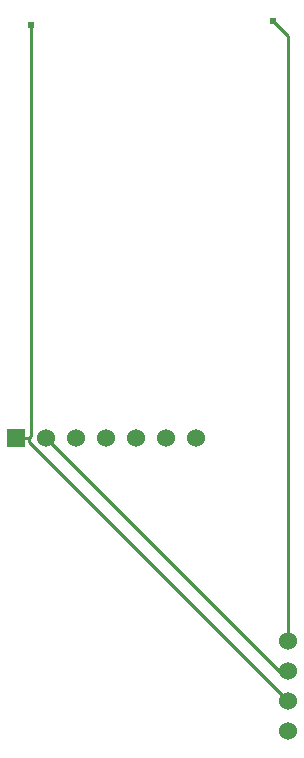
<source format=gbl>
G04 Layer: BottomLayer*
G04 EasyEDA v6.5.50, 2025-05-30 20:44:05*
G04 89249954dcc5414fb4ee1276e004d1e2,618cf9a269824c858c8e39f74ea16190,10*
G04 Gerber Generator version 0.2*
G04 Scale: 100 percent, Rotated: No, Reflected: No *
G04 Dimensions in millimeters *
G04 leading zeros omitted , absolute positions ,4 integer and 5 decimal *
%FSLAX45Y45*%
%MOMM*%

%ADD10C,0.2540*%
%ADD11C,1.5240*%
%ADD12R,1.5240X1.5240*%
%ADD13C,0.6096*%
%ADD14C,0.0112*%

%LPD*%
D10*
X3835402Y3517902D02*
G01*
X3835402Y8642428D01*
X3711933Y8765898D01*
X1790702Y5232402D02*
G01*
X3759202Y3263902D01*
X3835402Y3263902D01*
X1640867Y5232402D02*
G01*
X1640867Y5204437D01*
X3835402Y3009902D01*
X1536702Y5232402D02*
G01*
X1640867Y5232402D01*
X1640867Y5232402D02*
G01*
X1663397Y5254932D01*
X1663397Y8735037D01*
D11*
G01*
X3835400Y2755900D03*
G01*
X3835400Y3009900D03*
G01*
X3835400Y3263900D03*
G01*
X3835400Y3517900D03*
D12*
G01*
X1536700Y5232400D03*
D11*
G01*
X1790700Y5232400D03*
G01*
X2044700Y5232400D03*
G01*
X2298700Y5232400D03*
G01*
X2552700Y5232400D03*
G01*
X2806700Y5232400D03*
G01*
X3060700Y5232400D03*
D13*
G01*
X1663395Y8735034D03*
G01*
X3711930Y8765895D03*
M02*

</source>
